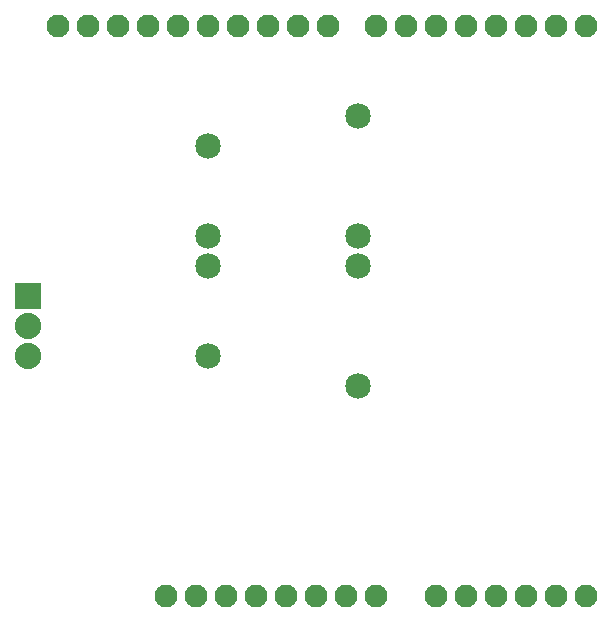
<source format=gbs>
G04 MADE WITH FRITZING*
G04 WWW.FRITZING.ORG*
G04 DOUBLE SIDED*
G04 HOLES PLATED*
G04 CONTOUR ON CENTER OF CONTOUR VECTOR*
%ASAXBY*%
%FSLAX23Y23*%
%MOIN*%
%OFA0B0*%
%SFA1.0B1.0*%
%ADD10C,0.076194*%
%ADD11C,0.076222*%
%ADD12C,0.088000*%
%ADD13C,0.085000*%
%ADD14R,0.088000X0.088000*%
%LNMASK0*%
G90*
G70*
G54D10*
X2171Y178D03*
X2271Y178D03*
X2371Y178D03*
X2471Y178D03*
X2571Y178D03*
G54D11*
X1711Y2078D03*
X1611Y2078D03*
X1511Y2078D03*
X1411Y2078D03*
X1311Y2078D03*
X1211Y2078D03*
X1111Y2078D03*
X1011Y2078D03*
X911Y2078D03*
X811Y2078D03*
X2571Y2078D03*
X2471Y2078D03*
X2371Y2078D03*
X2271Y2078D03*
X2171Y2078D03*
X2071Y2078D03*
X1971Y2078D03*
X1871Y2078D03*
G54D10*
X1271Y178D03*
X1171Y178D03*
X1371Y178D03*
X1471Y178D03*
X1571Y178D03*
X1671Y178D03*
X1771Y178D03*
X1871Y178D03*
X2071Y178D03*
G54D12*
X711Y1178D03*
X711Y1078D03*
X711Y978D03*
G54D13*
X1311Y1278D03*
X1311Y978D03*
X1311Y1678D03*
X1311Y1378D03*
X1811Y1778D03*
X1811Y1378D03*
X1811Y1278D03*
X1811Y878D03*
G54D14*
X711Y1178D03*
G04 End of Mask0*
M02*
</source>
